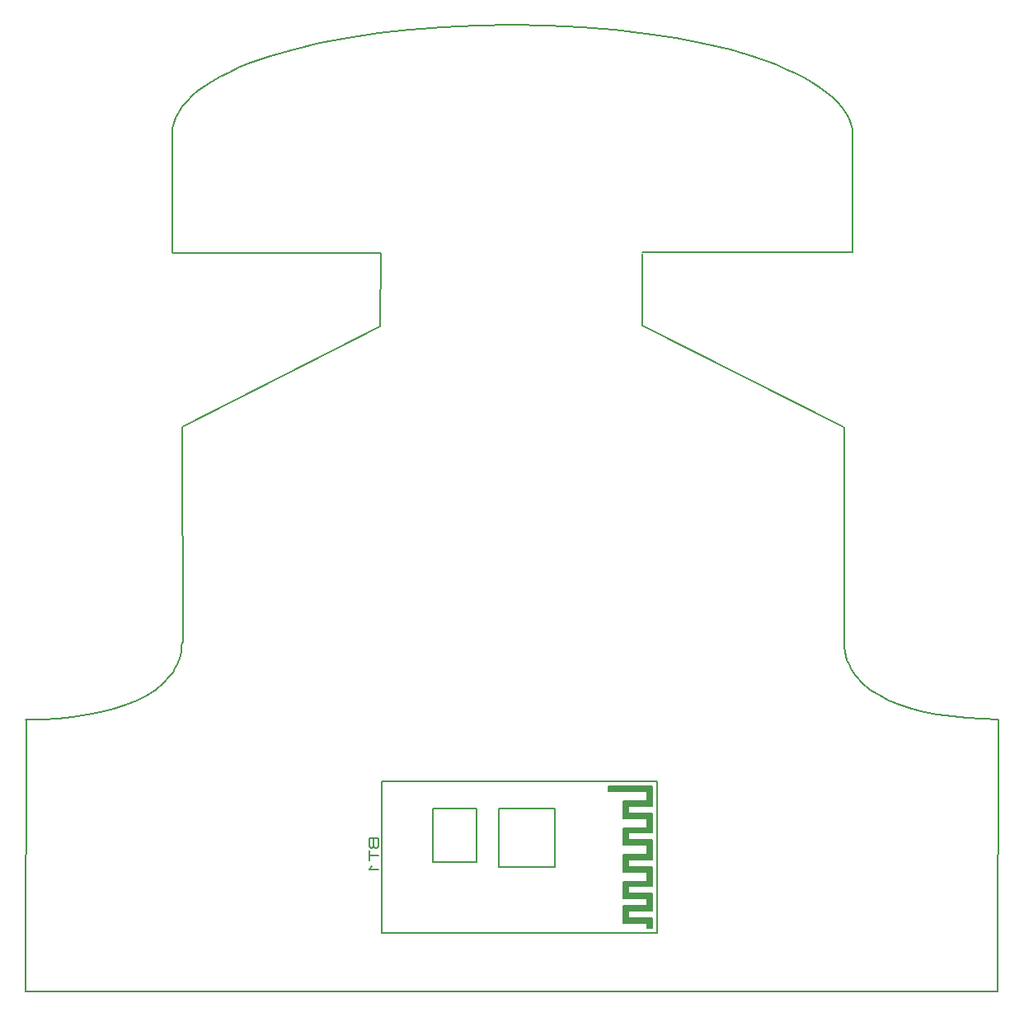
<source format=gbo>
G04 PROTEUS RS274X GERBER FILE*
%FSLAX24Y24*%
%MOIN*%
%ADD21C,0.0080*%
%ADD15C,0.0025*%
G54D21*
X-5183Y-17211D02*
X+5938Y-17211D01*
X+5938Y-11108D01*
X-5183Y-11108D01*
X-5183Y-17211D01*
G54D15*
X+5545Y-17014D02*
X+5742Y-17014D01*
X+5545Y-16994D02*
X+5742Y-16994D01*
X+5545Y-16974D02*
X+5742Y-16974D01*
X+5545Y-16954D02*
X+5742Y-16954D01*
X+5545Y-16934D02*
X+5742Y-16934D01*
X+5545Y-16914D02*
X+5742Y-16914D01*
X+5545Y-16894D02*
X+5742Y-16894D01*
X+5545Y-16874D02*
X+5742Y-16874D01*
X+5545Y-16854D02*
X+5742Y-16854D01*
X+5545Y-16834D02*
X+5742Y-16834D01*
X+5545Y-16814D02*
X+5742Y-16814D01*
X+5545Y-16794D02*
X+5742Y-16794D01*
X+5545Y-16774D02*
X+5742Y-16774D01*
X+5545Y-16754D02*
X+5742Y-16754D01*
X+5545Y-16734D02*
X+5742Y-16734D01*
X+5545Y-16714D02*
X+5742Y-16714D01*
X+5545Y-16694D02*
X+5742Y-16694D01*
X+5545Y-16674D02*
X+5742Y-16674D01*
X+5545Y-16654D02*
X+5742Y-16654D01*
X+5545Y-16634D02*
X+5742Y-16634D01*
G54D21*
X+5545Y-17014D02*
X+5742Y-17014D01*
X+5742Y-16620D01*
X+5545Y-16620D01*
X+5545Y-17014D01*
G54D15*
X+4560Y-16814D02*
X+5742Y-16814D01*
X+4560Y-16794D02*
X+5742Y-16794D01*
X+4560Y-16774D02*
X+5742Y-16774D01*
X+4560Y-16754D02*
X+5742Y-16754D01*
X+4560Y-16734D02*
X+5742Y-16734D01*
X+4560Y-16714D02*
X+5742Y-16714D01*
X+4560Y-16694D02*
X+5742Y-16694D01*
X+4560Y-16674D02*
X+5742Y-16674D01*
X+4560Y-16654D02*
X+5742Y-16654D01*
X+4560Y-16634D02*
X+5742Y-16634D01*
G54D21*
X+4560Y-16817D02*
X+5742Y-16817D01*
X+5742Y-16620D01*
X+4560Y-16620D01*
X+4560Y-16817D01*
G54D15*
X+4560Y-16314D02*
X+5742Y-16314D01*
X+4560Y-16294D02*
X+5742Y-16294D01*
X+4560Y-16274D02*
X+5742Y-16274D01*
X+4560Y-16254D02*
X+5742Y-16254D01*
X+4560Y-16234D02*
X+5742Y-16234D01*
X+4560Y-16214D02*
X+5742Y-16214D01*
X+4560Y-16194D02*
X+5742Y-16194D01*
X+4560Y-16174D02*
X+5742Y-16174D01*
X+4560Y-16154D02*
X+5742Y-16154D01*
X+4560Y-16134D02*
X+5742Y-16134D01*
G54D21*
X+4560Y-16325D02*
X+5742Y-16325D01*
X+5742Y-16128D01*
X+4560Y-16128D01*
X+4560Y-16325D01*
G54D15*
X+4560Y-16614D02*
X+4757Y-16614D01*
X+4560Y-16594D02*
X+4757Y-16594D01*
X+4560Y-16574D02*
X+4757Y-16574D01*
X+4560Y-16554D02*
X+4757Y-16554D01*
X+4560Y-16534D02*
X+4757Y-16534D01*
X+4560Y-16514D02*
X+4757Y-16514D01*
X+4560Y-16494D02*
X+4757Y-16494D01*
X+4560Y-16474D02*
X+4757Y-16474D01*
X+4560Y-16454D02*
X+4757Y-16454D01*
X+4560Y-16434D02*
X+4757Y-16434D01*
X+4560Y-16414D02*
X+4757Y-16414D01*
X+4560Y-16394D02*
X+4757Y-16394D01*
X+4560Y-16374D02*
X+4757Y-16374D01*
X+4560Y-16354D02*
X+4757Y-16354D01*
X+4560Y-16334D02*
X+4757Y-16334D01*
X+4560Y-16314D02*
X+4757Y-16314D01*
X+4560Y-16294D02*
X+4757Y-16294D01*
X+4560Y-16274D02*
X+4757Y-16274D01*
X+4560Y-16254D02*
X+4757Y-16254D01*
X+4560Y-16234D02*
X+4757Y-16234D01*
G54D21*
X+4560Y-16620D02*
X+4757Y-16620D01*
X+4757Y-16226D01*
X+4560Y-16226D01*
X+4560Y-16620D01*
G54D15*
X+5545Y-16214D02*
X+5742Y-16214D01*
X+5545Y-16194D02*
X+5742Y-16194D01*
X+5545Y-16174D02*
X+5742Y-16174D01*
X+5545Y-16154D02*
X+5742Y-16154D01*
X+5545Y-16134D02*
X+5742Y-16134D01*
X+5545Y-16114D02*
X+5742Y-16114D01*
X+5545Y-16094D02*
X+5742Y-16094D01*
X+5545Y-16074D02*
X+5742Y-16074D01*
X+5545Y-16054D02*
X+5742Y-16054D01*
X+5545Y-16034D02*
X+5742Y-16034D01*
X+5545Y-16014D02*
X+5742Y-16014D01*
X+5545Y-15994D02*
X+5742Y-15994D01*
X+5545Y-15974D02*
X+5742Y-15974D01*
X+5545Y-15954D02*
X+5742Y-15954D01*
X+5545Y-15934D02*
X+5742Y-15934D01*
X+5545Y-15914D02*
X+5742Y-15914D01*
X+5545Y-15894D02*
X+5742Y-15894D01*
X+5545Y-15874D02*
X+5742Y-15874D01*
X+5545Y-15854D02*
X+5742Y-15854D01*
X+5545Y-15834D02*
X+5742Y-15834D01*
G54D21*
X+5545Y-16226D02*
X+5742Y-16226D01*
X+5742Y-15833D01*
X+5545Y-15833D01*
X+5545Y-16226D01*
G54D15*
X+4560Y-15814D02*
X+5742Y-15814D01*
X+4560Y-15794D02*
X+5742Y-15794D01*
X+4560Y-15774D02*
X+5742Y-15774D01*
X+4560Y-15754D02*
X+5742Y-15754D01*
X+4560Y-15734D02*
X+5742Y-15734D01*
X+4560Y-15714D02*
X+5742Y-15714D01*
X+4560Y-15694D02*
X+5742Y-15694D01*
X+4560Y-15674D02*
X+5742Y-15674D01*
X+4560Y-15654D02*
X+5742Y-15654D01*
G54D21*
X+4560Y-15833D02*
X+5742Y-15833D01*
X+5742Y-15636D01*
X+4560Y-15636D01*
X+4560Y-15833D01*
G54D15*
X+4560Y-15334D02*
X+5742Y-15334D01*
X+4560Y-15314D02*
X+5742Y-15314D01*
X+4560Y-15294D02*
X+5742Y-15294D01*
X+4560Y-15274D02*
X+5742Y-15274D01*
X+4560Y-15254D02*
X+5742Y-15254D01*
X+4560Y-15234D02*
X+5742Y-15234D01*
X+4560Y-15214D02*
X+5742Y-15214D01*
X+4560Y-15194D02*
X+5742Y-15194D01*
X+4560Y-15174D02*
X+5742Y-15174D01*
X+4560Y-15154D02*
X+5742Y-15154D01*
G54D21*
X+4560Y-15341D02*
X+5742Y-15341D01*
X+5742Y-15144D01*
X+4560Y-15144D01*
X+4560Y-15341D01*
G54D15*
X+4560Y-15634D02*
X+4757Y-15634D01*
X+4560Y-15614D02*
X+4757Y-15614D01*
X+4560Y-15594D02*
X+4757Y-15594D01*
X+4560Y-15574D02*
X+4757Y-15574D01*
X+4560Y-15554D02*
X+4757Y-15554D01*
X+4560Y-15534D02*
X+4757Y-15534D01*
X+4560Y-15514D02*
X+4757Y-15514D01*
X+4560Y-15494D02*
X+4757Y-15494D01*
X+4560Y-15474D02*
X+4757Y-15474D01*
X+4560Y-15454D02*
X+4757Y-15454D01*
X+4560Y-15434D02*
X+4757Y-15434D01*
X+4560Y-15414D02*
X+4757Y-15414D01*
X+4560Y-15394D02*
X+4757Y-15394D01*
X+4560Y-15374D02*
X+4757Y-15374D01*
X+4560Y-15354D02*
X+4757Y-15354D01*
X+4560Y-15334D02*
X+4757Y-15334D01*
X+4560Y-15314D02*
X+4757Y-15314D01*
X+4560Y-15294D02*
X+4757Y-15294D01*
X+4560Y-15274D02*
X+4757Y-15274D01*
X+4560Y-15254D02*
X+4757Y-15254D01*
G54D21*
X+4560Y-15636D02*
X+4757Y-15636D01*
X+4757Y-15242D01*
X+4560Y-15242D01*
X+4560Y-15636D01*
G54D15*
X+5545Y-15134D02*
X+5742Y-15134D01*
X+5545Y-15114D02*
X+5742Y-15114D01*
X+5545Y-15094D02*
X+5742Y-15094D01*
X+5545Y-15074D02*
X+5742Y-15074D01*
X+5545Y-15054D02*
X+5742Y-15054D01*
X+5545Y-15034D02*
X+5742Y-15034D01*
X+5545Y-15014D02*
X+5742Y-15014D01*
X+5545Y-14994D02*
X+5742Y-14994D01*
X+5545Y-14974D02*
X+5742Y-14974D01*
X+5545Y-14954D02*
X+5742Y-14954D01*
X+5545Y-14934D02*
X+5742Y-14934D01*
X+5545Y-14914D02*
X+5742Y-14914D01*
X+5545Y-14894D02*
X+5742Y-14894D01*
X+5545Y-14874D02*
X+5742Y-14874D01*
X+5545Y-14854D02*
X+5742Y-14854D01*
X+5545Y-14834D02*
X+5742Y-14834D01*
X+5545Y-14814D02*
X+5742Y-14814D01*
X+5545Y-14794D02*
X+5742Y-14794D01*
X+5545Y-14774D02*
X+5742Y-14774D01*
X+5545Y-14754D02*
X+5742Y-14754D01*
G54D21*
X+5545Y-15144D02*
X+5742Y-15144D01*
X+5742Y-14750D01*
X+5545Y-14750D01*
X+5545Y-15144D01*
G54D15*
X+4560Y-14734D02*
X+5742Y-14734D01*
X+4560Y-14714D02*
X+5742Y-14714D01*
X+4560Y-14694D02*
X+5742Y-14694D01*
X+4560Y-14674D02*
X+5742Y-14674D01*
X+4560Y-14654D02*
X+5742Y-14654D01*
X+4560Y-14634D02*
X+5742Y-14634D01*
X+4560Y-14614D02*
X+5742Y-14614D01*
X+4560Y-14594D02*
X+5742Y-14594D01*
X+4560Y-14574D02*
X+5742Y-14574D01*
X+4560Y-14554D02*
X+5742Y-14554D01*
G54D21*
X+4560Y-14750D02*
X+5742Y-14750D01*
X+5742Y-14553D01*
X+4560Y-14553D01*
X+4560Y-14750D01*
G54D15*
X+4560Y-14254D02*
X+5742Y-14254D01*
X+4560Y-14234D02*
X+5742Y-14234D01*
X+4560Y-14214D02*
X+5742Y-14214D01*
X+4560Y-14194D02*
X+5742Y-14194D01*
X+4560Y-14174D02*
X+5742Y-14174D01*
X+4560Y-14154D02*
X+5742Y-14154D01*
X+4560Y-14134D02*
X+5742Y-14134D01*
X+4560Y-14114D02*
X+5742Y-14114D01*
X+4560Y-14094D02*
X+5742Y-14094D01*
X+4560Y-14074D02*
X+5742Y-14074D01*
G54D21*
X+4560Y-14258D02*
X+5742Y-14258D01*
X+5742Y-14061D01*
X+4560Y-14061D01*
X+4560Y-14258D01*
G54D15*
X+4560Y-14534D02*
X+4757Y-14534D01*
X+4560Y-14514D02*
X+4757Y-14514D01*
X+4560Y-14494D02*
X+4757Y-14494D01*
X+4560Y-14474D02*
X+4757Y-14474D01*
X+4560Y-14454D02*
X+4757Y-14454D01*
X+4560Y-14434D02*
X+4757Y-14434D01*
X+4560Y-14414D02*
X+4757Y-14414D01*
X+4560Y-14394D02*
X+4757Y-14394D01*
X+4560Y-14374D02*
X+4757Y-14374D01*
X+4560Y-14354D02*
X+4757Y-14354D01*
X+4560Y-14334D02*
X+4757Y-14334D01*
X+4560Y-14314D02*
X+4757Y-14314D01*
X+4560Y-14294D02*
X+4757Y-14294D01*
X+4560Y-14274D02*
X+4757Y-14274D01*
X+4560Y-14254D02*
X+4757Y-14254D01*
X+4560Y-14234D02*
X+4757Y-14234D01*
X+4560Y-14214D02*
X+4757Y-14214D01*
X+4560Y-14194D02*
X+4757Y-14194D01*
X+4560Y-14174D02*
X+4757Y-14174D01*
G54D21*
X+4560Y-14553D02*
X+4757Y-14553D01*
X+4757Y-14159D01*
X+4560Y-14159D01*
X+4560Y-14553D01*
G54D15*
X+5545Y-14054D02*
X+5742Y-14054D01*
X+5545Y-14034D02*
X+5742Y-14034D01*
X+5545Y-14014D02*
X+5742Y-14014D01*
X+5545Y-13994D02*
X+5742Y-13994D01*
X+5545Y-13974D02*
X+5742Y-13974D01*
X+5545Y-13954D02*
X+5742Y-13954D01*
X+5545Y-13934D02*
X+5742Y-13934D01*
X+5545Y-13914D02*
X+5742Y-13914D01*
X+5545Y-13894D02*
X+5742Y-13894D01*
X+5545Y-13874D02*
X+5742Y-13874D01*
X+5545Y-13854D02*
X+5742Y-13854D01*
X+5545Y-13834D02*
X+5742Y-13834D01*
X+5545Y-13814D02*
X+5742Y-13814D01*
X+5545Y-13794D02*
X+5742Y-13794D01*
X+5545Y-13774D02*
X+5742Y-13774D01*
X+5545Y-13754D02*
X+5742Y-13754D01*
X+5545Y-13734D02*
X+5742Y-13734D01*
X+5545Y-13714D02*
X+5742Y-13714D01*
X+5545Y-13694D02*
X+5742Y-13694D01*
X+5545Y-13674D02*
X+5742Y-13674D01*
G54D21*
X+5545Y-14061D02*
X+5742Y-14061D01*
X+5742Y-13667D01*
X+5545Y-13667D01*
X+5545Y-14061D01*
G54D15*
X+4560Y-13654D02*
X+5742Y-13654D01*
X+4560Y-13634D02*
X+5742Y-13634D01*
X+4560Y-13614D02*
X+5742Y-13614D01*
X+4560Y-13594D02*
X+5742Y-13594D01*
X+4560Y-13574D02*
X+5742Y-13574D01*
X+4560Y-13554D02*
X+5742Y-13554D01*
X+4560Y-13534D02*
X+5742Y-13534D01*
X+4560Y-13514D02*
X+5742Y-13514D01*
X+4560Y-13494D02*
X+5742Y-13494D01*
X+4560Y-13474D02*
X+5742Y-13474D01*
G54D21*
X+4560Y-13667D02*
X+5742Y-13667D01*
X+5742Y-13471D01*
X+4560Y-13471D01*
X+4560Y-13667D01*
G54D15*
X+4560Y-13174D02*
X+5742Y-13174D01*
X+4560Y-13154D02*
X+5742Y-13154D01*
X+4560Y-13134D02*
X+5742Y-13134D01*
X+4560Y-13114D02*
X+5742Y-13114D01*
X+4560Y-13094D02*
X+5742Y-13094D01*
X+4560Y-13074D02*
X+5742Y-13074D01*
X+4560Y-13054D02*
X+5742Y-13054D01*
X+4560Y-13034D02*
X+5742Y-13034D01*
X+4560Y-13014D02*
X+5742Y-13014D01*
X+4560Y-12994D02*
X+5742Y-12994D01*
G54D21*
X+4560Y-13175D02*
X+5742Y-13175D01*
X+5742Y-12978D01*
X+4560Y-12978D01*
X+4560Y-13175D01*
G54D15*
X+4560Y-13454D02*
X+4757Y-13454D01*
X+4560Y-13434D02*
X+4757Y-13434D01*
X+4560Y-13414D02*
X+4757Y-13414D01*
X+4560Y-13394D02*
X+4757Y-13394D01*
X+4560Y-13374D02*
X+4757Y-13374D01*
X+4560Y-13354D02*
X+4757Y-13354D01*
X+4560Y-13334D02*
X+4757Y-13334D01*
X+4560Y-13314D02*
X+4757Y-13314D01*
X+4560Y-13294D02*
X+4757Y-13294D01*
X+4560Y-13274D02*
X+4757Y-13274D01*
X+4560Y-13254D02*
X+4757Y-13254D01*
X+4560Y-13234D02*
X+4757Y-13234D01*
X+4560Y-13214D02*
X+4757Y-13214D01*
X+4560Y-13194D02*
X+4757Y-13194D01*
X+4560Y-13174D02*
X+4757Y-13174D01*
X+4560Y-13154D02*
X+4757Y-13154D01*
X+4560Y-13134D02*
X+4757Y-13134D01*
X+4560Y-13114D02*
X+4757Y-13114D01*
X+4560Y-13094D02*
X+4757Y-13094D01*
G54D21*
X+4560Y-13471D02*
X+4757Y-13471D01*
X+4757Y-13077D01*
X+4560Y-13077D01*
X+4560Y-13471D01*
G54D15*
X+5545Y-12974D02*
X+5742Y-12974D01*
X+5545Y-12954D02*
X+5742Y-12954D01*
X+5545Y-12934D02*
X+5742Y-12934D01*
X+5545Y-12914D02*
X+5742Y-12914D01*
X+5545Y-12894D02*
X+5742Y-12894D01*
X+5545Y-12874D02*
X+5742Y-12874D01*
X+5545Y-12854D02*
X+5742Y-12854D01*
X+5545Y-12834D02*
X+5742Y-12834D01*
X+5545Y-12814D02*
X+5742Y-12814D01*
X+5545Y-12794D02*
X+5742Y-12794D01*
X+5545Y-12774D02*
X+5742Y-12774D01*
X+5545Y-12754D02*
X+5742Y-12754D01*
X+5545Y-12734D02*
X+5742Y-12734D01*
X+5545Y-12714D02*
X+5742Y-12714D01*
X+5545Y-12694D02*
X+5742Y-12694D01*
X+5545Y-12674D02*
X+5742Y-12674D01*
X+5545Y-12654D02*
X+5742Y-12654D01*
X+5545Y-12634D02*
X+5742Y-12634D01*
X+5545Y-12614D02*
X+5742Y-12614D01*
X+5545Y-12594D02*
X+5742Y-12594D01*
G54D21*
X+5545Y-12978D02*
X+5742Y-12978D01*
X+5742Y-12585D01*
X+5545Y-12585D01*
X+5545Y-12978D01*
G54D15*
X+4560Y-12574D02*
X+5742Y-12574D01*
X+4560Y-12554D02*
X+5742Y-12554D01*
X+4560Y-12534D02*
X+5742Y-12534D01*
X+4560Y-12514D02*
X+5742Y-12514D01*
X+4560Y-12494D02*
X+5742Y-12494D01*
X+4560Y-12474D02*
X+5742Y-12474D01*
X+4560Y-12454D02*
X+5742Y-12454D01*
X+4560Y-12434D02*
X+5742Y-12434D01*
X+4560Y-12414D02*
X+5742Y-12414D01*
X+4560Y-12394D02*
X+5742Y-12394D01*
G54D21*
X+4560Y-12585D02*
X+5742Y-12585D01*
X+5742Y-12388D01*
X+4560Y-12388D01*
X+4560Y-12585D01*
G54D15*
X+4560Y-12074D02*
X+5742Y-12074D01*
X+4560Y-12054D02*
X+5742Y-12054D01*
X+4560Y-12034D02*
X+5742Y-12034D01*
X+4560Y-12014D02*
X+5742Y-12014D01*
X+4560Y-11994D02*
X+5742Y-11994D01*
X+4560Y-11974D02*
X+5742Y-11974D01*
X+4560Y-11954D02*
X+5742Y-11954D01*
X+4560Y-11934D02*
X+5742Y-11934D01*
X+4560Y-11914D02*
X+5742Y-11914D01*
G54D21*
X+4560Y-12093D02*
X+5742Y-12093D01*
X+5742Y-11896D01*
X+4560Y-11896D01*
X+4560Y-12093D01*
G54D15*
X+4560Y-12374D02*
X+4757Y-12374D01*
X+4560Y-12354D02*
X+4757Y-12354D01*
X+4560Y-12334D02*
X+4757Y-12334D01*
X+4560Y-12314D02*
X+4757Y-12314D01*
X+4560Y-12294D02*
X+4757Y-12294D01*
X+4560Y-12274D02*
X+4757Y-12274D01*
X+4560Y-12254D02*
X+4757Y-12254D01*
X+4560Y-12234D02*
X+4757Y-12234D01*
X+4560Y-12214D02*
X+4757Y-12214D01*
X+4560Y-12194D02*
X+4757Y-12194D01*
X+4560Y-12174D02*
X+4757Y-12174D01*
X+4560Y-12154D02*
X+4757Y-12154D01*
X+4560Y-12134D02*
X+4757Y-12134D01*
X+4560Y-12114D02*
X+4757Y-12114D01*
X+4560Y-12094D02*
X+4757Y-12094D01*
X+4560Y-12074D02*
X+4757Y-12074D01*
X+4560Y-12054D02*
X+4757Y-12054D01*
X+4560Y-12034D02*
X+4757Y-12034D01*
X+4560Y-12014D02*
X+4757Y-12014D01*
X+4560Y-11994D02*
X+4757Y-11994D01*
G54D21*
X+4560Y-12388D02*
X+4757Y-12388D01*
X+4757Y-11994D01*
X+4560Y-11994D01*
X+4560Y-12388D01*
G54D15*
X+5545Y-11894D02*
X+5742Y-11894D01*
X+5545Y-11874D02*
X+5742Y-11874D01*
X+5545Y-11854D02*
X+5742Y-11854D01*
X+5545Y-11834D02*
X+5742Y-11834D01*
X+5545Y-11814D02*
X+5742Y-11814D01*
X+5545Y-11794D02*
X+5742Y-11794D01*
X+5545Y-11774D02*
X+5742Y-11774D01*
X+5545Y-11754D02*
X+5742Y-11754D01*
X+5545Y-11734D02*
X+5742Y-11734D01*
X+5545Y-11714D02*
X+5742Y-11714D01*
X+5545Y-11694D02*
X+5742Y-11694D01*
X+5545Y-11674D02*
X+5742Y-11674D01*
X+5545Y-11654D02*
X+5742Y-11654D01*
X+5545Y-11634D02*
X+5742Y-11634D01*
X+5545Y-11614D02*
X+5742Y-11614D01*
X+5545Y-11594D02*
X+5742Y-11594D01*
X+5545Y-11574D02*
X+5742Y-11574D01*
X+5545Y-11554D02*
X+5742Y-11554D01*
X+5545Y-11534D02*
X+5742Y-11534D01*
X+5545Y-11514D02*
X+5742Y-11514D01*
G54D21*
X+5545Y-11896D02*
X+5742Y-11896D01*
X+5742Y-11502D01*
X+5545Y-11502D01*
X+5545Y-11896D01*
G54D15*
X+3970Y-11494D02*
X+5742Y-11494D01*
X+3970Y-11474D02*
X+5742Y-11474D01*
X+3970Y-11454D02*
X+5742Y-11454D01*
X+3970Y-11434D02*
X+5742Y-11434D01*
X+3970Y-11414D02*
X+5742Y-11414D01*
X+3970Y-11394D02*
X+5742Y-11394D01*
X+3970Y-11374D02*
X+5742Y-11374D01*
X+3970Y-11354D02*
X+5742Y-11354D01*
X+3970Y-11334D02*
X+5742Y-11334D01*
X+3970Y-11314D02*
X+5742Y-11314D01*
G54D21*
X+3970Y-11502D02*
X+5742Y-11502D01*
X+5742Y-11305D01*
X+3970Y-11305D01*
X+3970Y-11502D01*
X-458Y-14553D02*
X+1805Y-14553D01*
X+1805Y-12191D01*
X-458Y-12191D01*
X-458Y-14553D01*
X-3116Y-14356D02*
X-1344Y-14356D01*
X-1344Y-12191D01*
X-3116Y-12191D01*
X-3116Y-14356D01*
X-5343Y-13409D02*
X-5703Y-13409D01*
X-5703Y-13721D01*
X-5643Y-13784D01*
X-5583Y-13784D01*
X-5523Y-13721D01*
X-5463Y-13784D01*
X-5403Y-13784D01*
X-5343Y-13721D01*
X-5343Y-13409D01*
X-5523Y-13409D02*
X-5523Y-13721D01*
X-5703Y-13909D02*
X-5703Y-14284D01*
X-5703Y-14096D02*
X-5343Y-14096D01*
X-5583Y-14534D02*
X-5703Y-14659D01*
X-5343Y-14659D01*
X-13660Y+15055D02*
X-13645Y+15293D01*
X-13595Y+15527D01*
X-13511Y+15756D01*
X-13394Y+15981D01*
X-13245Y+16201D01*
X-13064Y+16416D01*
X-12853Y+16625D01*
X-12612Y+16829D01*
X-12342Y+17028D01*
X-12044Y+17220D01*
X-11718Y+17406D01*
X-11366Y+17586D01*
X-10988Y+17759D01*
X-10584Y+17925D01*
X-9705Y+18236D01*
X-8735Y+18517D01*
X-7680Y+18767D01*
X-6548Y+18983D01*
X-5343Y+19163D01*
X-4072Y+19307D01*
X-2743Y+19411D01*
X-1360Y+19475D01*
X+69Y+19497D01*
X+13846Y+15031D02*
X+13828Y+15265D01*
X+13776Y+15495D01*
X+13691Y+15722D01*
X+13572Y+15944D01*
X+13421Y+16162D01*
X+13239Y+16376D01*
X+13026Y+16585D01*
X+12783Y+16789D01*
X+12511Y+16987D01*
X+12211Y+17180D01*
X+11884Y+17367D01*
X+11530Y+17548D01*
X+11150Y+17723D01*
X+10745Y+17891D01*
X+9863Y+18206D01*
X+8890Y+18492D01*
X+7833Y+18746D01*
X+6698Y+18967D01*
X+5491Y+19152D01*
X+4218Y+19300D01*
X+2886Y+19408D01*
X+1501Y+19474D01*
X+69Y+19497D01*
X-13660Y+15051D02*
X-13659Y+10292D01*
X+13845Y+15039D02*
X+13845Y+10298D01*
X-13631Y+10279D02*
X-5240Y+10279D01*
X+13810Y+10296D02*
X+5336Y+10298D01*
X-5238Y+10253D02*
X-5255Y+7329D01*
X+5349Y+10253D02*
X+5349Y+7329D01*
X-5261Y+7323D02*
X-13261Y+3249D01*
X+5356Y+7325D02*
X+13487Y+3250D01*
X+13519Y+3233D02*
X+13495Y-5444D01*
X-13275Y-5451D02*
X-13281Y-5646D01*
X-13303Y-5835D01*
X-13340Y-6018D01*
X-13393Y-6194D01*
X-13461Y-6364D01*
X-13544Y-6527D01*
X-13640Y-6685D01*
X-13751Y-6836D01*
X-14012Y-7120D01*
X-14324Y-7378D01*
X-14685Y-7612D01*
X-15090Y-7821D01*
X-15537Y-8005D01*
X-16024Y-8165D01*
X-16546Y-8299D01*
X-17102Y-8410D01*
X-17689Y-8495D01*
X-18303Y-8556D01*
X-18941Y-8593D01*
X-19601Y-8605D01*
X+13496Y-5468D02*
X+13504Y-5662D01*
X+13528Y-5850D01*
X+13568Y-6031D01*
X+13622Y-6206D01*
X+13691Y-6375D01*
X+13774Y-6537D01*
X+13871Y-6693D01*
X+13981Y-6842D01*
X+14241Y-7123D01*
X+14550Y-7378D01*
X+14906Y-7609D01*
X+15306Y-7814D01*
X+15747Y-7996D01*
X+16227Y-8152D01*
X+16742Y-8284D01*
X+17289Y-8392D01*
X+17866Y-8476D01*
X+18471Y-8535D01*
X+19099Y-8571D01*
X+19748Y-8583D01*
X-19573Y-8628D02*
X-19581Y-19588D01*
X+19738Y-8614D02*
X+19699Y-19604D01*
X-19579Y-19590D02*
X+19699Y-19607D01*
X-13268Y+3223D02*
X-13242Y-5453D01*
M00*

</source>
